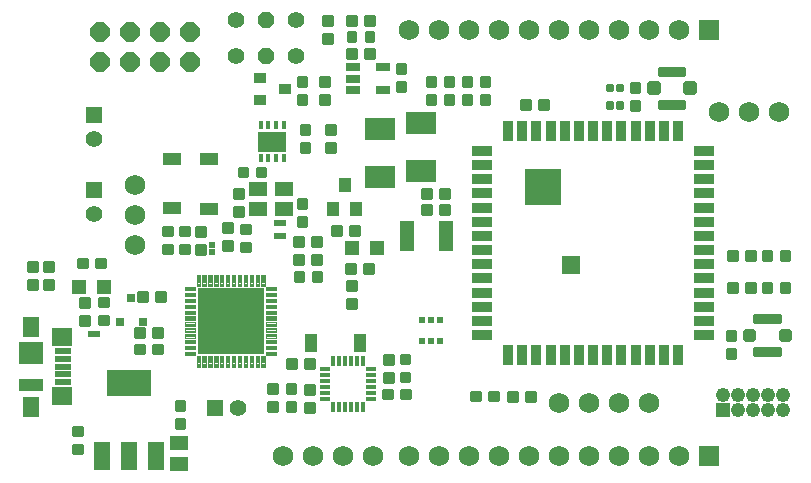
<source format=gbr>
G04 EAGLE Gerber X2 export*
%TF.Part,Single*%
%TF.FileFunction,Soldermask,Top,1*%
%TF.FilePolarity,Negative*%
%TF.GenerationSoftware,Autodesk,EAGLE,8.6.3*%
%TF.CreationDate,2023-08-17T09:40:23Z*%
G75*
%MOMM*%
%FSLAX34Y34*%
%LPD*%
%AMOC8*
5,1,8,0,0,1.08239X$1,22.5*%
G01*
%ADD10C,0.431800*%
%ADD11C,0.558800*%
%ADD12C,0.368300*%
%ADD13C,0.247650*%
%ADD14R,1.752600X1.752600*%
%ADD15C,1.752600*%
%ADD16C,0.215900*%
%ADD17R,1.301600X0.651600*%
%ADD18R,1.409600X1.409600*%
%ADD19C,1.409600*%
%ADD20R,1.117600X1.244600*%
%ADD21R,1.701600X0.901600*%
%ADD22R,0.901600X1.701600*%
%ADD23R,1.601600X1.601600*%
%ADD24R,3.101600X3.101600*%
%ADD25R,0.401600X0.751600*%
%ADD26R,2.451600X1.701600*%
%ADD27P,1.539592X8X292.500000*%
%ADD28C,1.422400*%
%ADD29R,1.301600X2.601600*%
%ADD30R,1.001600X0.901600*%
%ADD31R,0.601600X0.601600*%
%ADD32R,0.501600X0.601600*%
%ADD33R,2.501600X1.901600*%
%ADD34R,1.301600X1.301600*%
%ADD35R,1.320800X2.336800*%
%ADD36R,3.701600X2.301600*%
%ADD37P,1.759533X8X22.500000*%
%ADD38C,0.092900*%
%ADD39R,5.701600X5.701600*%
%ADD40R,1.481600X0.551600*%
%ADD41R,1.651600X1.526600*%
%ADD42R,2.001600X1.901600*%
%ADD43R,2.001600X1.101600*%
%ADD44R,1.401600X1.751600*%
%ADD45R,0.481600X0.501600*%
%ADD46R,0.361600X0.891600*%
%ADD47R,0.891600X0.361600*%
%ADD48R,1.501600X1.301600*%
%ADD49R,1.101600X0.601600*%
%ADD50R,0.501600X0.481600*%
%ADD51R,1.209600X1.209600*%
%ADD52C,1.209600*%
%ADD53R,0.701600X0.801600*%
%ADD54R,1.501600X1.051600*%
%ADD55R,1.051600X1.501600*%
%ADD56R,1.571600X1.251600*%


D10*
X454787Y343281D02*
X435229Y343281D01*
X435229Y347599D01*
X454787Y347599D01*
X454787Y343281D01*
X454787Y347598D02*
X435229Y347598D01*
X435229Y315341D02*
X454787Y315341D01*
X435229Y315341D02*
X435229Y319659D01*
X454787Y319659D01*
X454787Y315341D01*
X454787Y319658D02*
X435229Y319658D01*
D11*
X457454Y334264D02*
X463042Y334264D01*
X463042Y328676D01*
X457454Y328676D01*
X457454Y334264D01*
X457454Y334263D02*
X463042Y334263D01*
X432562Y334264D02*
X426974Y334264D01*
X432562Y334264D02*
X432562Y328676D01*
X426974Y328676D01*
X426974Y334264D01*
X426974Y334263D02*
X432562Y334263D01*
D12*
X394399Y329628D02*
X390715Y329628D01*
X390715Y333312D01*
X394399Y333312D01*
X394399Y329628D01*
X394399Y333310D02*
X390715Y333310D01*
X399605Y329628D02*
X403289Y329628D01*
X399605Y329628D02*
X399605Y333312D01*
X403289Y333312D01*
X403289Y329628D01*
X403289Y333310D02*
X399605Y333310D01*
X394399Y314642D02*
X390715Y314642D01*
X390715Y318326D01*
X394399Y318326D01*
X394399Y314642D01*
X394399Y318324D02*
X390715Y318324D01*
X399605Y314642D02*
X403289Y314642D01*
X399605Y314642D02*
X399605Y318326D01*
X403289Y318326D01*
X403289Y314642D01*
X403289Y318324D02*
X399605Y318324D01*
D13*
X522065Y185515D02*
X529495Y185515D01*
X522065Y185515D02*
X522065Y192945D01*
X529495Y192945D01*
X529495Y185515D01*
X529495Y187991D02*
X522065Y187991D01*
X522065Y190467D02*
X529495Y190467D01*
X529495Y192943D02*
X522065Y192943D01*
X537305Y185515D02*
X544735Y185515D01*
X537305Y185515D02*
X537305Y192945D01*
X544735Y192945D01*
X544735Y185515D01*
X544735Y187991D02*
X537305Y187991D01*
X537305Y190467D02*
X544735Y190467D01*
X544735Y192943D02*
X537305Y192943D01*
X529495Y158845D02*
X522065Y158845D01*
X522065Y166275D01*
X529495Y166275D01*
X529495Y158845D01*
X529495Y161321D02*
X522065Y161321D01*
X522065Y163797D02*
X529495Y163797D01*
X529495Y166273D02*
X522065Y166273D01*
X537305Y158845D02*
X544735Y158845D01*
X537305Y158845D02*
X537305Y166275D01*
X544735Y166275D01*
X544735Y158845D01*
X544735Y161321D02*
X537305Y161321D01*
X537305Y163797D02*
X544735Y163797D01*
X544735Y166273D02*
X537305Y166273D01*
D14*
X477000Y380000D03*
D15*
X451600Y380000D03*
X426200Y380000D03*
X400800Y380000D03*
X375400Y380000D03*
X350000Y380000D03*
X324600Y380000D03*
X299200Y380000D03*
X273800Y380000D03*
X248400Y380000D03*
X223000Y380000D03*
D16*
X192469Y378524D02*
X185991Y378524D01*
X192469Y378524D02*
X192469Y370776D01*
X185991Y370776D01*
X185991Y378524D01*
X185991Y372934D02*
X192469Y372934D01*
X192469Y375092D02*
X185991Y375092D01*
X185991Y377250D02*
X192469Y377250D01*
X177229Y378524D02*
X170751Y378524D01*
X177229Y378524D02*
X177229Y370776D01*
X170751Y370776D01*
X170751Y378524D01*
X170751Y372934D02*
X177229Y372934D01*
X177229Y375092D02*
X170751Y375092D01*
X170751Y377250D02*
X177229Y377250D01*
D13*
X177705Y356965D02*
X170275Y356965D01*
X170275Y364395D01*
X177705Y364395D01*
X177705Y356965D01*
X177705Y359441D02*
X170275Y359441D01*
X170275Y361917D02*
X177705Y361917D01*
X177705Y364393D02*
X170275Y364393D01*
X185515Y356965D02*
X192945Y356965D01*
X185515Y356965D02*
X185515Y364395D01*
X192945Y364395D01*
X192945Y356965D01*
X192945Y359441D02*
X185515Y359441D01*
X185515Y361917D02*
X192945Y361917D01*
X192945Y364393D02*
X185515Y364393D01*
X237585Y340265D02*
X237585Y332835D01*
X237585Y340265D02*
X245015Y340265D01*
X245015Y332835D01*
X237585Y332835D01*
X237585Y335311D02*
X245015Y335311D01*
X245015Y337787D02*
X237585Y337787D01*
X237585Y340263D02*
X245015Y340263D01*
X237585Y325025D02*
X237585Y317595D01*
X237585Y325025D02*
X245015Y325025D01*
X245015Y317595D01*
X237585Y317595D01*
X237585Y320071D02*
X245015Y320071D01*
X245015Y322547D02*
X237585Y322547D01*
X237585Y325023D02*
X245015Y325023D01*
D17*
X174960Y348590D03*
X174960Y339090D03*
X174960Y329590D03*
X200960Y329590D03*
X200960Y348590D03*
D13*
X212185Y351695D02*
X212185Y344265D01*
X212185Y351695D02*
X219615Y351695D01*
X219615Y344265D01*
X212185Y344265D01*
X212185Y346741D02*
X219615Y346741D01*
X219615Y349217D02*
X212185Y349217D01*
X212185Y351693D02*
X219615Y351693D01*
X212185Y336455D02*
X212185Y329025D01*
X212185Y336455D02*
X219615Y336455D01*
X219615Y329025D01*
X212185Y329025D01*
X212185Y331501D02*
X219615Y331501D01*
X219615Y333977D02*
X212185Y333977D01*
X212185Y336453D02*
X219615Y336453D01*
D18*
X-44196Y308196D03*
D19*
X-44196Y288196D03*
D18*
X-44196Y244696D03*
D19*
X-44196Y224696D03*
D13*
X492855Y158845D02*
X500285Y158845D01*
X492855Y158845D02*
X492855Y166275D01*
X500285Y166275D01*
X500285Y158845D01*
X500285Y161321D02*
X492855Y161321D01*
X492855Y163797D02*
X500285Y163797D01*
X500285Y166273D02*
X492855Y166273D01*
X508095Y158845D02*
X515525Y158845D01*
X508095Y158845D02*
X508095Y166275D01*
X515525Y166275D01*
X515525Y158845D01*
X515525Y161321D02*
X508095Y161321D01*
X508095Y163797D02*
X515525Y163797D01*
X515525Y166273D02*
X508095Y166273D01*
X500285Y185515D02*
X492855Y185515D01*
X492855Y192945D01*
X500285Y192945D01*
X500285Y185515D01*
X500285Y187991D02*
X492855Y187991D01*
X492855Y190467D02*
X500285Y190467D01*
X500285Y192943D02*
X492855Y192943D01*
X508095Y185515D02*
X515525Y185515D01*
X508095Y185515D02*
X508095Y192945D01*
X515525Y192945D01*
X515525Y185515D01*
X515525Y187991D02*
X508095Y187991D01*
X508095Y190467D02*
X515525Y190467D01*
X515525Y192943D02*
X508095Y192943D01*
D14*
X477000Y20000D03*
D15*
X451600Y20000D03*
X426200Y20000D03*
X400800Y20000D03*
X375400Y20000D03*
X350000Y20000D03*
X324600Y20000D03*
X299200Y20000D03*
X273800Y20000D03*
X248400Y20000D03*
X223000Y20000D03*
D13*
X417735Y312515D02*
X417735Y319945D01*
X417735Y312515D02*
X410305Y312515D01*
X410305Y319945D01*
X417735Y319945D01*
X417735Y314991D02*
X410305Y314991D01*
X410305Y317467D02*
X417735Y317467D01*
X417735Y319943D02*
X410305Y319943D01*
X417735Y327755D02*
X417735Y335185D01*
X417735Y327755D02*
X410305Y327755D01*
X410305Y335185D01*
X417735Y335185D01*
X417735Y330231D02*
X410305Y330231D01*
X410305Y332707D02*
X417735Y332707D01*
X417735Y335183D02*
X410305Y335183D01*
X149955Y384905D02*
X149955Y392335D01*
X157385Y392335D01*
X157385Y384905D01*
X149955Y384905D01*
X149955Y387381D02*
X157385Y387381D01*
X157385Y389857D02*
X149955Y389857D01*
X149955Y392333D02*
X157385Y392333D01*
X149955Y377095D02*
X149955Y369665D01*
X149955Y377095D02*
X157385Y377095D01*
X157385Y369665D01*
X149955Y369665D01*
X149955Y372141D02*
X157385Y372141D01*
X157385Y374617D02*
X149955Y374617D01*
X149955Y377093D02*
X157385Y377093D01*
X185515Y392335D02*
X192945Y392335D01*
X192945Y384905D01*
X185515Y384905D01*
X185515Y392335D01*
X185515Y387381D02*
X192945Y387381D01*
X192945Y389857D02*
X185515Y389857D01*
X185515Y392333D02*
X192945Y392333D01*
X177705Y392335D02*
X170275Y392335D01*
X177705Y392335D02*
X177705Y384905D01*
X170275Y384905D01*
X170275Y392335D01*
X170275Y387381D02*
X177705Y387381D01*
X177705Y389857D02*
X170275Y389857D01*
X170275Y392333D02*
X177705Y392333D01*
D15*
X349250Y64770D03*
X374650Y64770D03*
X400050Y64770D03*
X425450Y64770D03*
D10*
X516001Y133731D02*
X535559Y133731D01*
X516001Y133731D02*
X516001Y138049D01*
X535559Y138049D01*
X535559Y133731D01*
X535559Y138048D02*
X516001Y138048D01*
X516001Y105791D02*
X535559Y105791D01*
X516001Y105791D02*
X516001Y110109D01*
X535559Y110109D01*
X535559Y105791D01*
X535559Y110108D02*
X516001Y110108D01*
D11*
X538226Y124714D02*
X543814Y124714D01*
X543814Y119126D01*
X538226Y119126D01*
X538226Y124714D01*
X538226Y124713D02*
X543814Y124713D01*
X513334Y124714D02*
X507746Y124714D01*
X513334Y124714D02*
X513334Y119126D01*
X507746Y119126D01*
X507746Y124714D01*
X507746Y124713D02*
X513334Y124713D01*
D20*
X168148Y248666D03*
X177648Y228346D03*
X158648Y228346D03*
D13*
X317595Y313785D02*
X325025Y313785D01*
X317595Y313785D02*
X317595Y321215D01*
X325025Y321215D01*
X325025Y313785D01*
X325025Y316261D02*
X317595Y316261D01*
X317595Y318737D02*
X325025Y318737D01*
X325025Y321213D02*
X317595Y321213D01*
X332835Y313785D02*
X340265Y313785D01*
X332835Y313785D02*
X332835Y321215D01*
X340265Y321215D01*
X340265Y313785D01*
X340265Y316261D02*
X332835Y316261D01*
X332835Y318737D02*
X340265Y318737D01*
X340265Y321213D02*
X332835Y321213D01*
X491585Y125635D02*
X491585Y118205D01*
X491585Y125635D02*
X499015Y125635D01*
X499015Y118205D01*
X491585Y118205D01*
X491585Y120681D02*
X499015Y120681D01*
X499015Y123157D02*
X491585Y123157D01*
X491585Y125633D02*
X499015Y125633D01*
X491585Y110395D02*
X491585Y102965D01*
X491585Y110395D02*
X499015Y110395D01*
X499015Y102965D01*
X491585Y102965D01*
X491585Y105441D02*
X499015Y105441D01*
X499015Y107917D02*
X491585Y107917D01*
X491585Y110393D02*
X499015Y110393D01*
X290735Y317595D02*
X290735Y325025D01*
X290735Y317595D02*
X283305Y317595D01*
X283305Y325025D01*
X290735Y325025D01*
X290735Y320071D02*
X283305Y320071D01*
X283305Y322547D02*
X290735Y322547D01*
X290735Y325023D02*
X283305Y325023D01*
X290735Y332835D02*
X290735Y340265D01*
X290735Y332835D02*
X283305Y332835D01*
X283305Y340265D01*
X290735Y340265D01*
X290735Y335311D02*
X283305Y335311D01*
X283305Y337787D02*
X290735Y337787D01*
X290735Y340263D02*
X283305Y340263D01*
X268065Y340265D02*
X268065Y332835D01*
X268065Y340265D02*
X275495Y340265D01*
X275495Y332835D01*
X268065Y332835D01*
X268065Y335311D02*
X275495Y335311D01*
X275495Y337787D02*
X268065Y337787D01*
X268065Y340263D02*
X275495Y340263D01*
X268065Y325025D02*
X268065Y317595D01*
X268065Y325025D02*
X275495Y325025D01*
X275495Y317595D01*
X268065Y317595D01*
X268065Y320071D02*
X275495Y320071D01*
X275495Y322547D02*
X268065Y322547D01*
X268065Y325023D02*
X275495Y325023D01*
D21*
X284460Y278000D03*
X284460Y266000D03*
X284460Y254000D03*
X284460Y242000D03*
X284460Y230000D03*
X284460Y218000D03*
X284460Y206000D03*
X284460Y194000D03*
X284460Y182000D03*
X284460Y170000D03*
X284460Y158000D03*
X284460Y146000D03*
X284460Y134000D03*
X284460Y122000D03*
D22*
X306460Y105000D03*
X318460Y105000D03*
X330460Y105000D03*
X342460Y105000D03*
X354460Y105000D03*
X366460Y105000D03*
X378460Y105000D03*
X390460Y105000D03*
X402460Y105000D03*
X414460Y105000D03*
X426460Y105000D03*
X438460Y105000D03*
X450460Y105000D03*
D21*
X472460Y122000D03*
X472460Y134000D03*
X472460Y146000D03*
X472460Y158000D03*
X472460Y170000D03*
X472460Y182000D03*
X472460Y194000D03*
X472460Y206000D03*
X472460Y218000D03*
X472460Y230000D03*
X472460Y242000D03*
X472460Y254000D03*
X472460Y266000D03*
X472460Y278000D03*
D22*
X450460Y295000D03*
X438460Y295000D03*
X426460Y295000D03*
X414460Y295000D03*
X402460Y295000D03*
X390460Y295000D03*
X378460Y295000D03*
X366460Y295000D03*
X354460Y295000D03*
X342460Y295000D03*
X330460Y295000D03*
X318460Y295000D03*
X306460Y295000D03*
D23*
X359460Y181000D03*
D24*
X336460Y247000D03*
D15*
X485140Y311150D03*
X510540Y311150D03*
X535940Y311150D03*
D25*
X96930Y272000D03*
X103430Y272000D03*
X109930Y272000D03*
X116430Y272000D03*
X116430Y299500D03*
X109930Y299500D03*
X103430Y299500D03*
X96930Y299500D03*
D26*
X106680Y285750D03*
D13*
X138335Y284385D02*
X138335Y276955D01*
X130905Y276955D01*
X130905Y284385D01*
X138335Y284385D01*
X138335Y279431D02*
X130905Y279431D01*
X130905Y281907D02*
X138335Y281907D01*
X138335Y284383D02*
X130905Y284383D01*
X138335Y292195D02*
X138335Y299625D01*
X138335Y292195D02*
X130905Y292195D01*
X130905Y299625D01*
X138335Y299625D01*
X138335Y294671D02*
X130905Y294671D01*
X130905Y297147D02*
X138335Y297147D01*
X138335Y299623D02*
X130905Y299623D01*
X85757Y256381D02*
X78327Y256381D01*
X78327Y263811D01*
X85757Y263811D01*
X85757Y256381D01*
X85757Y258857D02*
X78327Y258857D01*
X78327Y261333D02*
X85757Y261333D01*
X85757Y263809D02*
X78327Y263809D01*
X93567Y256381D02*
X100997Y256381D01*
X93567Y256381D02*
X93567Y263811D01*
X100997Y263811D01*
X100997Y256381D01*
X100997Y258857D02*
X93567Y258857D01*
X93567Y261333D02*
X100997Y261333D01*
X100997Y263809D02*
X93567Y263809D01*
D27*
X101600Y388620D03*
X101600Y358140D03*
D28*
X127000Y388620D03*
X76200Y388620D03*
X76200Y358140D03*
X127000Y358140D03*
D13*
X260255Y325025D02*
X260255Y317595D01*
X252825Y317595D01*
X252825Y325025D01*
X260255Y325025D01*
X260255Y320071D02*
X252825Y320071D01*
X252825Y322547D02*
X260255Y322547D01*
X260255Y325023D02*
X252825Y325023D01*
X260255Y332835D02*
X260255Y340265D01*
X260255Y332835D02*
X252825Y332835D01*
X252825Y340265D01*
X260255Y340265D01*
X260255Y335311D02*
X252825Y335311D01*
X252825Y337787D02*
X260255Y337787D01*
X260255Y340263D02*
X252825Y340263D01*
X-86011Y183801D02*
X-86011Y176371D01*
X-86011Y183801D02*
X-78581Y183801D01*
X-78581Y176371D01*
X-86011Y176371D01*
X-86011Y178847D02*
X-78581Y178847D01*
X-78581Y181323D02*
X-86011Y181323D01*
X-86011Y183799D02*
X-78581Y183799D01*
X-86011Y168561D02*
X-86011Y161131D01*
X-86011Y168561D02*
X-78581Y168561D01*
X-78581Y161131D01*
X-86011Y161131D01*
X-86011Y163607D02*
X-78581Y163607D01*
X-78581Y166083D02*
X-86011Y166083D01*
X-86011Y168559D02*
X-78581Y168559D01*
X233775Y238347D02*
X241205Y238347D01*
X233775Y238347D02*
X233775Y245777D01*
X241205Y245777D01*
X241205Y238347D01*
X241205Y240823D02*
X233775Y240823D01*
X233775Y243299D02*
X241205Y243299D01*
X241205Y245775D02*
X233775Y245775D01*
X249015Y238347D02*
X256445Y238347D01*
X249015Y238347D02*
X249015Y245777D01*
X256445Y245777D01*
X256445Y238347D01*
X256445Y240823D02*
X249015Y240823D01*
X249015Y243299D02*
X256445Y243299D01*
X256445Y245775D02*
X249015Y245775D01*
X241205Y224885D02*
X233775Y224885D01*
X233775Y232315D01*
X241205Y232315D01*
X241205Y224885D01*
X241205Y227361D02*
X233775Y227361D01*
X233775Y229837D02*
X241205Y229837D01*
X241205Y232313D02*
X233775Y232313D01*
X249015Y224885D02*
X256445Y224885D01*
X249015Y224885D02*
X249015Y232315D01*
X256445Y232315D01*
X256445Y224885D01*
X256445Y227361D02*
X249015Y227361D01*
X249015Y229837D02*
X256445Y229837D01*
X256445Y232313D02*
X249015Y232313D01*
D29*
X220990Y205740D03*
X253990Y205740D03*
D13*
X-92551Y168561D02*
X-92551Y161131D01*
X-99981Y161131D01*
X-99981Y168561D01*
X-92551Y168561D01*
X-92551Y163607D02*
X-99981Y163607D01*
X-99981Y166083D02*
X-92551Y166083D01*
X-92551Y168559D02*
X-99981Y168559D01*
X-92551Y176371D02*
X-92551Y183801D01*
X-92551Y176371D02*
X-99981Y176371D01*
X-99981Y183801D01*
X-92551Y183801D01*
X-92551Y178847D02*
X-99981Y178847D01*
X-99981Y181323D02*
X-92551Y181323D01*
X-92551Y183799D02*
X-99981Y183799D01*
D30*
X96680Y339700D03*
X96680Y320700D03*
X117680Y330200D03*
D13*
X152495Y299625D02*
X152495Y292195D01*
X152495Y299625D02*
X159925Y299625D01*
X159925Y292195D01*
X152495Y292195D01*
X152495Y294671D02*
X159925Y294671D01*
X159925Y297147D02*
X152495Y297147D01*
X152495Y299623D02*
X159925Y299623D01*
X152495Y284385D02*
X152495Y276955D01*
X152495Y284385D02*
X159925Y284385D01*
X159925Y276955D01*
X152495Y276955D01*
X152495Y279431D02*
X159925Y279431D01*
X159925Y281907D02*
X152495Y281907D01*
X152495Y284383D02*
X159925Y284383D01*
X147415Y332835D02*
X147415Y340265D01*
X154845Y340265D01*
X154845Y332835D01*
X147415Y332835D01*
X147415Y335311D02*
X154845Y335311D01*
X154845Y337787D02*
X147415Y337787D01*
X147415Y340263D02*
X154845Y340263D01*
X147415Y325025D02*
X147415Y317595D01*
X147415Y325025D02*
X154845Y325025D01*
X154845Y317595D01*
X147415Y317595D01*
X147415Y320071D02*
X154845Y320071D01*
X154845Y322547D02*
X147415Y322547D01*
X147415Y325023D02*
X154845Y325023D01*
X128365Y332835D02*
X128365Y340265D01*
X135795Y340265D01*
X135795Y332835D01*
X128365Y332835D01*
X128365Y335311D02*
X135795Y335311D01*
X135795Y337787D02*
X128365Y337787D01*
X128365Y340263D02*
X135795Y340263D01*
X128365Y325025D02*
X128365Y317595D01*
X128365Y325025D02*
X135795Y325025D01*
X135795Y317595D01*
X128365Y317595D01*
X128365Y320071D02*
X135795Y320071D01*
X135795Y322547D02*
X128365Y322547D01*
X128365Y325023D02*
X135795Y325023D01*
D31*
X248800Y134730D03*
D32*
X241300Y134730D03*
D31*
X233800Y134730D03*
X233800Y116730D03*
D32*
X241300Y116730D03*
D31*
X248800Y116730D03*
D33*
X198120Y255594D03*
X198120Y296094D03*
X232410Y301174D03*
X232410Y260674D03*
D34*
X174666Y196088D03*
X195666Y196088D03*
D13*
X180182Y214027D02*
X172752Y214027D01*
X180182Y214027D02*
X180182Y206597D01*
X172752Y206597D01*
X172752Y214027D01*
X172752Y209073D02*
X180182Y209073D01*
X180182Y211549D02*
X172752Y211549D01*
X172752Y214025D02*
X180182Y214025D01*
X164942Y214027D02*
X157512Y214027D01*
X164942Y214027D02*
X164942Y206597D01*
X157512Y206597D01*
X157512Y214027D01*
X157512Y209073D02*
X164942Y209073D01*
X164942Y211549D02*
X157512Y211549D01*
X157512Y214025D02*
X164942Y214025D01*
D35*
X-37592Y19558D03*
X-14478Y19558D03*
X8636Y19558D03*
D36*
X-14478Y81536D03*
D13*
X-61881Y44609D02*
X-61881Y37179D01*
X-61881Y44609D02*
X-54451Y44609D01*
X-54451Y37179D01*
X-61881Y37179D01*
X-61881Y39655D02*
X-54451Y39655D01*
X-54451Y42131D02*
X-61881Y42131D01*
X-61881Y44607D02*
X-54451Y44607D01*
X-61881Y29369D02*
X-61881Y21939D01*
X-61881Y29369D02*
X-54451Y29369D01*
X-54451Y21939D01*
X-61881Y21939D01*
X-61881Y24415D02*
X-54451Y24415D01*
X-54451Y26891D02*
X-61881Y26891D01*
X-61881Y29367D02*
X-54451Y29367D01*
X24987Y58769D02*
X24987Y66199D01*
X32417Y66199D01*
X32417Y58769D01*
X24987Y58769D01*
X24987Y61245D02*
X32417Y61245D01*
X32417Y63721D02*
X24987Y63721D01*
X24987Y66197D02*
X32417Y66197D01*
X24987Y50959D02*
X24987Y43529D01*
X24987Y50959D02*
X32417Y50959D01*
X32417Y43529D01*
X24987Y43529D01*
X24987Y46005D02*
X32417Y46005D01*
X32417Y48481D02*
X24987Y48481D01*
X24987Y50957D02*
X32417Y50957D01*
D37*
X-39116Y353060D03*
X-39116Y378460D03*
X-13716Y353060D03*
X-13716Y378460D03*
X11684Y353060D03*
X11684Y378460D03*
X37084Y353060D03*
X37084Y378460D03*
D34*
X-56982Y163068D03*
X-35982Y163068D03*
D13*
X-49879Y179419D02*
X-57309Y179419D01*
X-57309Y186849D01*
X-49879Y186849D01*
X-49879Y179419D01*
X-49879Y181895D02*
X-57309Y181895D01*
X-57309Y184371D02*
X-49879Y184371D01*
X-49879Y186847D02*
X-57309Y186847D01*
X-42069Y179419D02*
X-34639Y179419D01*
X-42069Y179419D02*
X-42069Y186849D01*
X-34639Y186849D01*
X-34639Y179419D01*
X-34639Y181895D02*
X-42069Y181895D01*
X-42069Y184371D02*
X-34639Y184371D01*
X-34639Y186847D02*
X-42069Y186847D01*
D38*
X32934Y159964D02*
X41722Y159964D01*
X32934Y159964D02*
X32934Y162752D01*
X41722Y162752D01*
X41722Y159964D01*
X41722Y160892D02*
X32934Y160892D01*
X32934Y161820D02*
X41722Y161820D01*
X41722Y162748D02*
X32934Y162748D01*
X32934Y154964D02*
X41722Y154964D01*
X32934Y154964D02*
X32934Y157752D01*
X41722Y157752D01*
X41722Y154964D01*
X41722Y155892D02*
X32934Y155892D01*
X32934Y156820D02*
X41722Y156820D01*
X41722Y157748D02*
X32934Y157748D01*
X32934Y149964D02*
X41722Y149964D01*
X32934Y149964D02*
X32934Y152752D01*
X41722Y152752D01*
X41722Y149964D01*
X41722Y150892D02*
X32934Y150892D01*
X32934Y151820D02*
X41722Y151820D01*
X41722Y152748D02*
X32934Y152748D01*
X32934Y144964D02*
X41722Y144964D01*
X32934Y144964D02*
X32934Y147752D01*
X41722Y147752D01*
X41722Y144964D01*
X41722Y145892D02*
X32934Y145892D01*
X32934Y146820D02*
X41722Y146820D01*
X41722Y147748D02*
X32934Y147748D01*
X32934Y139964D02*
X41722Y139964D01*
X32934Y139964D02*
X32934Y142752D01*
X41722Y142752D01*
X41722Y139964D01*
X41722Y140892D02*
X32934Y140892D01*
X32934Y141820D02*
X41722Y141820D01*
X41722Y142748D02*
X32934Y142748D01*
X32934Y134964D02*
X41722Y134964D01*
X32934Y134964D02*
X32934Y137752D01*
X41722Y137752D01*
X41722Y134964D01*
X41722Y135892D02*
X32934Y135892D01*
X32934Y136820D02*
X41722Y136820D01*
X41722Y137748D02*
X32934Y137748D01*
X32934Y129964D02*
X41722Y129964D01*
X32934Y129964D02*
X32934Y132752D01*
X41722Y132752D01*
X41722Y129964D01*
X41722Y130892D02*
X32934Y130892D01*
X32934Y131820D02*
X41722Y131820D01*
X41722Y132748D02*
X32934Y132748D01*
X32934Y124964D02*
X41722Y124964D01*
X32934Y124964D02*
X32934Y127752D01*
X41722Y127752D01*
X41722Y124964D01*
X41722Y125892D02*
X32934Y125892D01*
X32934Y126820D02*
X41722Y126820D01*
X41722Y127748D02*
X32934Y127748D01*
X32934Y119964D02*
X41722Y119964D01*
X32934Y119964D02*
X32934Y122752D01*
X41722Y122752D01*
X41722Y119964D01*
X41722Y120892D02*
X32934Y120892D01*
X32934Y121820D02*
X41722Y121820D01*
X41722Y122748D02*
X32934Y122748D01*
X32934Y114964D02*
X41722Y114964D01*
X32934Y114964D02*
X32934Y117752D01*
X41722Y117752D01*
X41722Y114964D01*
X41722Y115892D02*
X32934Y115892D01*
X32934Y116820D02*
X41722Y116820D01*
X41722Y117748D02*
X32934Y117748D01*
X32934Y109964D02*
X41722Y109964D01*
X32934Y109964D02*
X32934Y112752D01*
X41722Y112752D01*
X41722Y109964D01*
X41722Y110892D02*
X32934Y110892D01*
X32934Y111820D02*
X41722Y111820D01*
X41722Y112748D02*
X32934Y112748D01*
X32934Y104964D02*
X41722Y104964D01*
X32934Y104964D02*
X32934Y107752D01*
X41722Y107752D01*
X41722Y104964D01*
X41722Y105892D02*
X32934Y105892D01*
X32934Y106820D02*
X41722Y106820D01*
X41722Y107748D02*
X32934Y107748D01*
X101534Y104964D02*
X110322Y104964D01*
X101534Y104964D02*
X101534Y107752D01*
X110322Y107752D01*
X110322Y104964D01*
X110322Y105892D02*
X101534Y105892D01*
X101534Y106820D02*
X110322Y106820D01*
X110322Y107748D02*
X101534Y107748D01*
X101534Y109964D02*
X110322Y109964D01*
X101534Y109964D02*
X101534Y112752D01*
X110322Y112752D01*
X110322Y109964D01*
X110322Y110892D02*
X101534Y110892D01*
X101534Y111820D02*
X110322Y111820D01*
X110322Y112748D02*
X101534Y112748D01*
X101534Y114964D02*
X110322Y114964D01*
X101534Y114964D02*
X101534Y117752D01*
X110322Y117752D01*
X110322Y114964D01*
X110322Y115892D02*
X101534Y115892D01*
X101534Y116820D02*
X110322Y116820D01*
X110322Y117748D02*
X101534Y117748D01*
X101534Y119964D02*
X110322Y119964D01*
X101534Y119964D02*
X101534Y122752D01*
X110322Y122752D01*
X110322Y119964D01*
X110322Y120892D02*
X101534Y120892D01*
X101534Y121820D02*
X110322Y121820D01*
X110322Y122748D02*
X101534Y122748D01*
X101534Y124964D02*
X110322Y124964D01*
X101534Y124964D02*
X101534Y127752D01*
X110322Y127752D01*
X110322Y124964D01*
X110322Y125892D02*
X101534Y125892D01*
X101534Y126820D02*
X110322Y126820D01*
X110322Y127748D02*
X101534Y127748D01*
X101534Y129964D02*
X110322Y129964D01*
X101534Y129964D02*
X101534Y132752D01*
X110322Y132752D01*
X110322Y129964D01*
X110322Y130892D02*
X101534Y130892D01*
X101534Y131820D02*
X110322Y131820D01*
X110322Y132748D02*
X101534Y132748D01*
X101534Y134964D02*
X110322Y134964D01*
X101534Y134964D02*
X101534Y137752D01*
X110322Y137752D01*
X110322Y134964D01*
X110322Y135892D02*
X101534Y135892D01*
X101534Y136820D02*
X110322Y136820D01*
X110322Y137748D02*
X101534Y137748D01*
X101534Y139964D02*
X110322Y139964D01*
X101534Y139964D02*
X101534Y142752D01*
X110322Y142752D01*
X110322Y139964D01*
X110322Y140892D02*
X101534Y140892D01*
X101534Y141820D02*
X110322Y141820D01*
X110322Y142748D02*
X101534Y142748D01*
X101534Y144964D02*
X110322Y144964D01*
X101534Y144964D02*
X101534Y147752D01*
X110322Y147752D01*
X110322Y144964D01*
X110322Y145892D02*
X101534Y145892D01*
X101534Y146820D02*
X110322Y146820D01*
X110322Y147748D02*
X101534Y147748D01*
X101534Y149964D02*
X110322Y149964D01*
X101534Y149964D02*
X101534Y152752D01*
X110322Y152752D01*
X110322Y149964D01*
X110322Y150892D02*
X101534Y150892D01*
X101534Y151820D02*
X110322Y151820D01*
X110322Y152748D02*
X101534Y152748D01*
X101534Y154964D02*
X110322Y154964D01*
X101534Y154964D02*
X101534Y157752D01*
X110322Y157752D01*
X110322Y154964D01*
X110322Y155892D02*
X101534Y155892D01*
X101534Y156820D02*
X110322Y156820D01*
X110322Y157748D02*
X101534Y157748D01*
X101534Y159964D02*
X110322Y159964D01*
X101534Y159964D02*
X101534Y162752D01*
X110322Y162752D01*
X110322Y159964D01*
X110322Y160892D02*
X101534Y160892D01*
X101534Y161820D02*
X110322Y161820D01*
X110322Y162748D02*
X101534Y162748D01*
X97734Y163764D02*
X97734Y172552D01*
X100522Y172552D01*
X100522Y163764D01*
X97734Y163764D01*
X97734Y164692D02*
X100522Y164692D01*
X100522Y165620D02*
X97734Y165620D01*
X97734Y166548D02*
X100522Y166548D01*
X100522Y167476D02*
X97734Y167476D01*
X97734Y168404D02*
X100522Y168404D01*
X100522Y169332D02*
X97734Y169332D01*
X97734Y170260D02*
X100522Y170260D01*
X100522Y171188D02*
X97734Y171188D01*
X97734Y172116D02*
X100522Y172116D01*
X92734Y172552D02*
X92734Y163764D01*
X92734Y172552D02*
X95522Y172552D01*
X95522Y163764D01*
X92734Y163764D01*
X92734Y164692D02*
X95522Y164692D01*
X95522Y165620D02*
X92734Y165620D01*
X92734Y166548D02*
X95522Y166548D01*
X95522Y167476D02*
X92734Y167476D01*
X92734Y168404D02*
X95522Y168404D01*
X95522Y169332D02*
X92734Y169332D01*
X92734Y170260D02*
X95522Y170260D01*
X95522Y171188D02*
X92734Y171188D01*
X92734Y172116D02*
X95522Y172116D01*
X87734Y172552D02*
X87734Y163764D01*
X87734Y172552D02*
X90522Y172552D01*
X90522Y163764D01*
X87734Y163764D01*
X87734Y164692D02*
X90522Y164692D01*
X90522Y165620D02*
X87734Y165620D01*
X87734Y166548D02*
X90522Y166548D01*
X90522Y167476D02*
X87734Y167476D01*
X87734Y168404D02*
X90522Y168404D01*
X90522Y169332D02*
X87734Y169332D01*
X87734Y170260D02*
X90522Y170260D01*
X90522Y171188D02*
X87734Y171188D01*
X87734Y172116D02*
X90522Y172116D01*
X82734Y172552D02*
X82734Y163764D01*
X82734Y172552D02*
X85522Y172552D01*
X85522Y163764D01*
X82734Y163764D01*
X82734Y164692D02*
X85522Y164692D01*
X85522Y165620D02*
X82734Y165620D01*
X82734Y166548D02*
X85522Y166548D01*
X85522Y167476D02*
X82734Y167476D01*
X82734Y168404D02*
X85522Y168404D01*
X85522Y169332D02*
X82734Y169332D01*
X82734Y170260D02*
X85522Y170260D01*
X85522Y171188D02*
X82734Y171188D01*
X82734Y172116D02*
X85522Y172116D01*
X77734Y172552D02*
X77734Y163764D01*
X77734Y172552D02*
X80522Y172552D01*
X80522Y163764D01*
X77734Y163764D01*
X77734Y164692D02*
X80522Y164692D01*
X80522Y165620D02*
X77734Y165620D01*
X77734Y166548D02*
X80522Y166548D01*
X80522Y167476D02*
X77734Y167476D01*
X77734Y168404D02*
X80522Y168404D01*
X80522Y169332D02*
X77734Y169332D01*
X77734Y170260D02*
X80522Y170260D01*
X80522Y171188D02*
X77734Y171188D01*
X77734Y172116D02*
X80522Y172116D01*
X72734Y172552D02*
X72734Y163764D01*
X72734Y172552D02*
X75522Y172552D01*
X75522Y163764D01*
X72734Y163764D01*
X72734Y164692D02*
X75522Y164692D01*
X75522Y165620D02*
X72734Y165620D01*
X72734Y166548D02*
X75522Y166548D01*
X75522Y167476D02*
X72734Y167476D01*
X72734Y168404D02*
X75522Y168404D01*
X75522Y169332D02*
X72734Y169332D01*
X72734Y170260D02*
X75522Y170260D01*
X75522Y171188D02*
X72734Y171188D01*
X72734Y172116D02*
X75522Y172116D01*
X67734Y172552D02*
X67734Y163764D01*
X67734Y172552D02*
X70522Y172552D01*
X70522Y163764D01*
X67734Y163764D01*
X67734Y164692D02*
X70522Y164692D01*
X70522Y165620D02*
X67734Y165620D01*
X67734Y166548D02*
X70522Y166548D01*
X70522Y167476D02*
X67734Y167476D01*
X67734Y168404D02*
X70522Y168404D01*
X70522Y169332D02*
X67734Y169332D01*
X67734Y170260D02*
X70522Y170260D01*
X70522Y171188D02*
X67734Y171188D01*
X67734Y172116D02*
X70522Y172116D01*
X62734Y172552D02*
X62734Y163764D01*
X62734Y172552D02*
X65522Y172552D01*
X65522Y163764D01*
X62734Y163764D01*
X62734Y164692D02*
X65522Y164692D01*
X65522Y165620D02*
X62734Y165620D01*
X62734Y166548D02*
X65522Y166548D01*
X65522Y167476D02*
X62734Y167476D01*
X62734Y168404D02*
X65522Y168404D01*
X65522Y169332D02*
X62734Y169332D01*
X62734Y170260D02*
X65522Y170260D01*
X65522Y171188D02*
X62734Y171188D01*
X62734Y172116D02*
X65522Y172116D01*
X57734Y172552D02*
X57734Y163764D01*
X57734Y172552D02*
X60522Y172552D01*
X60522Y163764D01*
X57734Y163764D01*
X57734Y164692D02*
X60522Y164692D01*
X60522Y165620D02*
X57734Y165620D01*
X57734Y166548D02*
X60522Y166548D01*
X60522Y167476D02*
X57734Y167476D01*
X57734Y168404D02*
X60522Y168404D01*
X60522Y169332D02*
X57734Y169332D01*
X57734Y170260D02*
X60522Y170260D01*
X60522Y171188D02*
X57734Y171188D01*
X57734Y172116D02*
X60522Y172116D01*
X52734Y172552D02*
X52734Y163764D01*
X52734Y172552D02*
X55522Y172552D01*
X55522Y163764D01*
X52734Y163764D01*
X52734Y164692D02*
X55522Y164692D01*
X55522Y165620D02*
X52734Y165620D01*
X52734Y166548D02*
X55522Y166548D01*
X55522Y167476D02*
X52734Y167476D01*
X52734Y168404D02*
X55522Y168404D01*
X55522Y169332D02*
X52734Y169332D01*
X52734Y170260D02*
X55522Y170260D01*
X55522Y171188D02*
X52734Y171188D01*
X52734Y172116D02*
X55522Y172116D01*
X47734Y172552D02*
X47734Y163764D01*
X47734Y172552D02*
X50522Y172552D01*
X50522Y163764D01*
X47734Y163764D01*
X47734Y164692D02*
X50522Y164692D01*
X50522Y165620D02*
X47734Y165620D01*
X47734Y166548D02*
X50522Y166548D01*
X50522Y167476D02*
X47734Y167476D01*
X47734Y168404D02*
X50522Y168404D01*
X50522Y169332D02*
X47734Y169332D01*
X47734Y170260D02*
X50522Y170260D01*
X50522Y171188D02*
X47734Y171188D01*
X47734Y172116D02*
X50522Y172116D01*
X42734Y172552D02*
X42734Y163764D01*
X42734Y172552D02*
X45522Y172552D01*
X45522Y163764D01*
X42734Y163764D01*
X42734Y164692D02*
X45522Y164692D01*
X45522Y165620D02*
X42734Y165620D01*
X42734Y166548D02*
X45522Y166548D01*
X45522Y167476D02*
X42734Y167476D01*
X42734Y168404D02*
X45522Y168404D01*
X45522Y169332D02*
X42734Y169332D01*
X42734Y170260D02*
X45522Y170260D01*
X45522Y171188D02*
X42734Y171188D01*
X42734Y172116D02*
X45522Y172116D01*
X42734Y103952D02*
X42734Y95164D01*
X42734Y103952D02*
X45522Y103952D01*
X45522Y95164D01*
X42734Y95164D01*
X42734Y96092D02*
X45522Y96092D01*
X45522Y97020D02*
X42734Y97020D01*
X42734Y97948D02*
X45522Y97948D01*
X45522Y98876D02*
X42734Y98876D01*
X42734Y99804D02*
X45522Y99804D01*
X45522Y100732D02*
X42734Y100732D01*
X42734Y101660D02*
X45522Y101660D01*
X45522Y102588D02*
X42734Y102588D01*
X42734Y103516D02*
X45522Y103516D01*
X47734Y103952D02*
X47734Y95164D01*
X47734Y103952D02*
X50522Y103952D01*
X50522Y95164D01*
X47734Y95164D01*
X47734Y96092D02*
X50522Y96092D01*
X50522Y97020D02*
X47734Y97020D01*
X47734Y97948D02*
X50522Y97948D01*
X50522Y98876D02*
X47734Y98876D01*
X47734Y99804D02*
X50522Y99804D01*
X50522Y100732D02*
X47734Y100732D01*
X47734Y101660D02*
X50522Y101660D01*
X50522Y102588D02*
X47734Y102588D01*
X47734Y103516D02*
X50522Y103516D01*
X52734Y103952D02*
X52734Y95164D01*
X52734Y103952D02*
X55522Y103952D01*
X55522Y95164D01*
X52734Y95164D01*
X52734Y96092D02*
X55522Y96092D01*
X55522Y97020D02*
X52734Y97020D01*
X52734Y97948D02*
X55522Y97948D01*
X55522Y98876D02*
X52734Y98876D01*
X52734Y99804D02*
X55522Y99804D01*
X55522Y100732D02*
X52734Y100732D01*
X52734Y101660D02*
X55522Y101660D01*
X55522Y102588D02*
X52734Y102588D01*
X52734Y103516D02*
X55522Y103516D01*
X57734Y103952D02*
X57734Y95164D01*
X57734Y103952D02*
X60522Y103952D01*
X60522Y95164D01*
X57734Y95164D01*
X57734Y96092D02*
X60522Y96092D01*
X60522Y97020D02*
X57734Y97020D01*
X57734Y97948D02*
X60522Y97948D01*
X60522Y98876D02*
X57734Y98876D01*
X57734Y99804D02*
X60522Y99804D01*
X60522Y100732D02*
X57734Y100732D01*
X57734Y101660D02*
X60522Y101660D01*
X60522Y102588D02*
X57734Y102588D01*
X57734Y103516D02*
X60522Y103516D01*
X62734Y103952D02*
X62734Y95164D01*
X62734Y103952D02*
X65522Y103952D01*
X65522Y95164D01*
X62734Y95164D01*
X62734Y96092D02*
X65522Y96092D01*
X65522Y97020D02*
X62734Y97020D01*
X62734Y97948D02*
X65522Y97948D01*
X65522Y98876D02*
X62734Y98876D01*
X62734Y99804D02*
X65522Y99804D01*
X65522Y100732D02*
X62734Y100732D01*
X62734Y101660D02*
X65522Y101660D01*
X65522Y102588D02*
X62734Y102588D01*
X62734Y103516D02*
X65522Y103516D01*
X67734Y103952D02*
X67734Y95164D01*
X67734Y103952D02*
X70522Y103952D01*
X70522Y95164D01*
X67734Y95164D01*
X67734Y96092D02*
X70522Y96092D01*
X70522Y97020D02*
X67734Y97020D01*
X67734Y97948D02*
X70522Y97948D01*
X70522Y98876D02*
X67734Y98876D01*
X67734Y99804D02*
X70522Y99804D01*
X70522Y100732D02*
X67734Y100732D01*
X67734Y101660D02*
X70522Y101660D01*
X70522Y102588D02*
X67734Y102588D01*
X67734Y103516D02*
X70522Y103516D01*
X72734Y103952D02*
X72734Y95164D01*
X72734Y103952D02*
X75522Y103952D01*
X75522Y95164D01*
X72734Y95164D01*
X72734Y96092D02*
X75522Y96092D01*
X75522Y97020D02*
X72734Y97020D01*
X72734Y97948D02*
X75522Y97948D01*
X75522Y98876D02*
X72734Y98876D01*
X72734Y99804D02*
X75522Y99804D01*
X75522Y100732D02*
X72734Y100732D01*
X72734Y101660D02*
X75522Y101660D01*
X75522Y102588D02*
X72734Y102588D01*
X72734Y103516D02*
X75522Y103516D01*
X77734Y103952D02*
X77734Y95164D01*
X77734Y103952D02*
X80522Y103952D01*
X80522Y95164D01*
X77734Y95164D01*
X77734Y96092D02*
X80522Y96092D01*
X80522Y97020D02*
X77734Y97020D01*
X77734Y97948D02*
X80522Y97948D01*
X80522Y98876D02*
X77734Y98876D01*
X77734Y99804D02*
X80522Y99804D01*
X80522Y100732D02*
X77734Y100732D01*
X77734Y101660D02*
X80522Y101660D01*
X80522Y102588D02*
X77734Y102588D01*
X77734Y103516D02*
X80522Y103516D01*
X82734Y103952D02*
X82734Y95164D01*
X82734Y103952D02*
X85522Y103952D01*
X85522Y95164D01*
X82734Y95164D01*
X82734Y96092D02*
X85522Y96092D01*
X85522Y97020D02*
X82734Y97020D01*
X82734Y97948D02*
X85522Y97948D01*
X85522Y98876D02*
X82734Y98876D01*
X82734Y99804D02*
X85522Y99804D01*
X85522Y100732D02*
X82734Y100732D01*
X82734Y101660D02*
X85522Y101660D01*
X85522Y102588D02*
X82734Y102588D01*
X82734Y103516D02*
X85522Y103516D01*
X87734Y103952D02*
X87734Y95164D01*
X87734Y103952D02*
X90522Y103952D01*
X90522Y95164D01*
X87734Y95164D01*
X87734Y96092D02*
X90522Y96092D01*
X90522Y97020D02*
X87734Y97020D01*
X87734Y97948D02*
X90522Y97948D01*
X90522Y98876D02*
X87734Y98876D01*
X87734Y99804D02*
X90522Y99804D01*
X90522Y100732D02*
X87734Y100732D01*
X87734Y101660D02*
X90522Y101660D01*
X90522Y102588D02*
X87734Y102588D01*
X87734Y103516D02*
X90522Y103516D01*
X92734Y103952D02*
X92734Y95164D01*
X92734Y103952D02*
X95522Y103952D01*
X95522Y95164D01*
X92734Y95164D01*
X92734Y96092D02*
X95522Y96092D01*
X95522Y97020D02*
X92734Y97020D01*
X92734Y97948D02*
X95522Y97948D01*
X95522Y98876D02*
X92734Y98876D01*
X92734Y99804D02*
X95522Y99804D01*
X95522Y100732D02*
X92734Y100732D01*
X92734Y101660D02*
X95522Y101660D01*
X95522Y102588D02*
X92734Y102588D01*
X92734Y103516D02*
X95522Y103516D01*
X97734Y103952D02*
X97734Y95164D01*
X97734Y103952D02*
X100522Y103952D01*
X100522Y95164D01*
X97734Y95164D01*
X97734Y96092D02*
X100522Y96092D01*
X100522Y97020D02*
X97734Y97020D01*
X97734Y97948D02*
X100522Y97948D01*
X100522Y98876D02*
X97734Y98876D01*
X97734Y99804D02*
X100522Y99804D01*
X100522Y100732D02*
X97734Y100732D01*
X97734Y101660D02*
X100522Y101660D01*
X100522Y102588D02*
X97734Y102588D01*
X97734Y103516D02*
X100522Y103516D01*
D39*
X71628Y133858D03*
D13*
X119221Y94329D02*
X126651Y94329D01*
X119221Y94329D02*
X119221Y101759D01*
X126651Y101759D01*
X126651Y94329D01*
X126651Y96805D02*
X119221Y96805D01*
X119221Y99281D02*
X126651Y99281D01*
X126651Y101757D02*
X119221Y101757D01*
X134461Y94329D02*
X141891Y94329D01*
X134461Y94329D02*
X134461Y101759D01*
X141891Y101759D01*
X141891Y94329D01*
X141891Y96805D02*
X134461Y96805D01*
X134461Y99281D02*
X141891Y99281D01*
X141891Y101757D02*
X134461Y101757D01*
D40*
X-70682Y108250D03*
X-70682Y101750D03*
X-70682Y95250D03*
X-70682Y88750D03*
X-70682Y82250D03*
D41*
X-71532Y70375D03*
X-71532Y120125D03*
D42*
X-97282Y106750D03*
D43*
X-97282Y79750D03*
D44*
X-97282Y129000D03*
X-97282Y61500D03*
D45*
X-47006Y122936D03*
X-41386Y122936D03*
D13*
X-56039Y146145D02*
X-56039Y153575D01*
X-48609Y153575D01*
X-48609Y146145D01*
X-56039Y146145D01*
X-56039Y148621D02*
X-48609Y148621D01*
X-48609Y151097D02*
X-56039Y151097D01*
X-56039Y153573D02*
X-48609Y153573D01*
X-56039Y138335D02*
X-56039Y130905D01*
X-56039Y138335D02*
X-48609Y138335D01*
X-48609Y130905D01*
X-56039Y130905D01*
X-56039Y133381D02*
X-48609Y133381D01*
X-48609Y135857D02*
X-56039Y135857D01*
X-56039Y138333D02*
X-48609Y138333D01*
X-39783Y146399D02*
X-39783Y153829D01*
X-32353Y153829D01*
X-32353Y146399D01*
X-39783Y146399D01*
X-39783Y148875D02*
X-32353Y148875D01*
X-32353Y151351D02*
X-39783Y151351D01*
X-39783Y153827D02*
X-32353Y153827D01*
X-39783Y138589D02*
X-39783Y131159D01*
X-39783Y138589D02*
X-32353Y138589D01*
X-32353Y131159D01*
X-39783Y131159D01*
X-39783Y133635D02*
X-32353Y133635D01*
X-32353Y136111D02*
X-39783Y136111D01*
X-39783Y138587D02*
X-32353Y138587D01*
X22003Y191103D02*
X22003Y198533D01*
X22003Y191103D02*
X14573Y191103D01*
X14573Y198533D01*
X22003Y198533D01*
X22003Y193579D02*
X14573Y193579D01*
X14573Y196055D02*
X22003Y196055D01*
X22003Y198531D02*
X14573Y198531D01*
X22003Y206343D02*
X22003Y213773D01*
X22003Y206343D02*
X14573Y206343D01*
X14573Y213773D01*
X22003Y213773D01*
X22003Y208819D02*
X14573Y208819D01*
X14573Y211295D02*
X22003Y211295D01*
X22003Y213771D02*
X14573Y213771D01*
X140557Y189897D02*
X147987Y189897D01*
X147987Y182467D01*
X140557Y182467D01*
X140557Y189897D01*
X140557Y184943D02*
X147987Y184943D01*
X147987Y187419D02*
X140557Y187419D01*
X140557Y189895D02*
X147987Y189895D01*
X132747Y189897D02*
X125317Y189897D01*
X132747Y189897D02*
X132747Y182467D01*
X125317Y182467D01*
X125317Y189897D01*
X125317Y184943D02*
X132747Y184943D01*
X132747Y187419D02*
X125317Y187419D01*
X125317Y189895D02*
X132747Y189895D01*
X15653Y158528D02*
X8223Y158528D01*
X15653Y158528D02*
X15653Y151098D01*
X8223Y151098D01*
X8223Y158528D01*
X8223Y153574D02*
X15653Y153574D01*
X15653Y156050D02*
X8223Y156050D01*
X8223Y158526D02*
X15653Y158526D01*
X413Y158528D02*
X-7017Y158528D01*
X413Y158528D02*
X413Y151098D01*
X-7017Y151098D01*
X-7017Y158528D01*
X-7017Y153574D02*
X413Y153574D01*
X413Y156050D02*
X-7017Y156050D01*
X-7017Y158526D02*
X413Y158526D01*
X-1873Y106521D02*
X-9303Y106521D01*
X-9303Y113951D01*
X-1873Y113951D01*
X-1873Y106521D01*
X-1873Y108997D02*
X-9303Y108997D01*
X-9303Y111473D02*
X-1873Y111473D01*
X-1873Y113949D02*
X-9303Y113949D01*
X5937Y106521D02*
X13367Y106521D01*
X5937Y106521D02*
X5937Y113951D01*
X13367Y113951D01*
X13367Y106521D01*
X13367Y108997D02*
X5937Y108997D01*
X5937Y111473D02*
X13367Y111473D01*
X13367Y113949D02*
X5937Y113949D01*
X110776Y65056D02*
X110776Y57626D01*
X103346Y57626D01*
X103346Y65056D01*
X110776Y65056D01*
X110776Y60102D02*
X103346Y60102D01*
X103346Y62578D02*
X110776Y62578D01*
X110776Y65054D02*
X103346Y65054D01*
X110776Y72866D02*
X110776Y80296D01*
X110776Y72866D02*
X103346Y72866D01*
X103346Y80296D01*
X110776Y80296D01*
X110776Y75342D02*
X103346Y75342D01*
X103346Y77818D02*
X110776Y77818D01*
X110776Y80294D02*
X103346Y80294D01*
X141065Y175165D02*
X148495Y175165D01*
X148495Y167735D01*
X141065Y167735D01*
X141065Y175165D01*
X141065Y170211D02*
X148495Y170211D01*
X148495Y172687D02*
X141065Y172687D01*
X141065Y175163D02*
X148495Y175163D01*
X133255Y175165D02*
X125825Y175165D01*
X133255Y175165D02*
X133255Y167735D01*
X125825Y167735D01*
X125825Y175165D01*
X125825Y170211D02*
X133255Y170211D01*
X133255Y172687D02*
X125825Y172687D01*
X125825Y175163D02*
X133255Y175163D01*
X-1873Y120237D02*
X-9303Y120237D01*
X-9303Y127667D01*
X-1873Y127667D01*
X-1873Y120237D01*
X-1873Y122713D02*
X-9303Y122713D01*
X-9303Y125189D02*
X-1873Y125189D01*
X-1873Y127665D02*
X-9303Y127665D01*
X5937Y120237D02*
X13367Y120237D01*
X5937Y120237D02*
X5937Y127667D01*
X13367Y127667D01*
X13367Y120237D01*
X13367Y122713D02*
X5937Y122713D01*
X5937Y125189D02*
X13367Y125189D01*
X13367Y127665D02*
X5937Y127665D01*
D46*
X183442Y100218D03*
X178442Y100218D03*
X173442Y100218D03*
X168442Y100218D03*
X163442Y100218D03*
X158442Y100218D03*
D47*
X151242Y93018D03*
X151242Y88018D03*
X151242Y83018D03*
X151242Y78018D03*
X151242Y73018D03*
X151242Y68018D03*
D46*
X158442Y60818D03*
X163442Y60818D03*
X168442Y60818D03*
X173442Y60818D03*
X178442Y60818D03*
X183442Y60818D03*
D47*
X190642Y68018D03*
X190642Y73018D03*
X190642Y78018D03*
X190642Y83018D03*
X190642Y88018D03*
X190642Y93018D03*
D13*
X222917Y90329D02*
X222917Y82899D01*
X215487Y82899D01*
X215487Y90329D01*
X222917Y90329D01*
X222917Y85375D02*
X215487Y85375D01*
X215487Y87851D02*
X222917Y87851D01*
X222917Y90327D02*
X215487Y90327D01*
X222917Y98139D02*
X222917Y105569D01*
X222917Y98139D02*
X215487Y98139D01*
X215487Y105569D01*
X222917Y105569D01*
X222917Y100615D02*
X215487Y100615D01*
X215487Y103091D02*
X222917Y103091D01*
X222917Y105567D02*
X215487Y105567D01*
X208947Y90075D02*
X208947Y82645D01*
X201517Y82645D01*
X201517Y90075D01*
X208947Y90075D01*
X208947Y85121D02*
X201517Y85121D01*
X201517Y87597D02*
X208947Y87597D01*
X208947Y90073D02*
X201517Y90073D01*
X208947Y97885D02*
X208947Y105315D01*
X208947Y97885D02*
X201517Y97885D01*
X201517Y105315D01*
X208947Y105315D01*
X208947Y100361D02*
X201517Y100361D01*
X201517Y102837D02*
X208947Y102837D01*
X208947Y105313D02*
X201517Y105313D01*
X126524Y65056D02*
X126524Y57626D01*
X119094Y57626D01*
X119094Y65056D01*
X126524Y65056D01*
X126524Y60102D02*
X119094Y60102D01*
X119094Y62578D02*
X126524Y62578D01*
X126524Y65054D02*
X119094Y65054D01*
X126524Y72866D02*
X126524Y80296D01*
X126524Y72866D02*
X119094Y72866D01*
X119094Y80296D01*
X126524Y80296D01*
X126524Y75342D02*
X119094Y75342D01*
X119094Y77818D02*
X126524Y77818D01*
X126524Y80294D02*
X119094Y80294D01*
X142018Y64675D02*
X142018Y57245D01*
X134588Y57245D01*
X134588Y64675D01*
X142018Y64675D01*
X142018Y59721D02*
X134588Y59721D01*
X134588Y62197D02*
X142018Y62197D01*
X142018Y64673D02*
X134588Y64673D01*
X142018Y72485D02*
X142018Y79915D01*
X142018Y72485D02*
X134588Y72485D01*
X134588Y79915D01*
X142018Y79915D01*
X142018Y74961D02*
X134588Y74961D01*
X134588Y77437D02*
X142018Y77437D01*
X142018Y79913D02*
X134588Y79913D01*
X216249Y75851D02*
X223679Y75851D01*
X223679Y68421D01*
X216249Y68421D01*
X216249Y75851D01*
X216249Y70897D02*
X223679Y70897D01*
X223679Y73373D02*
X216249Y73373D01*
X216249Y75849D02*
X223679Y75849D01*
X208439Y75851D02*
X201009Y75851D01*
X208439Y75851D02*
X208439Y68421D01*
X201009Y68421D01*
X201009Y75851D01*
X201009Y70897D02*
X208439Y70897D01*
X208439Y73373D02*
X201009Y73373D01*
X201009Y75849D02*
X208439Y75849D01*
D48*
X116664Y245482D03*
X94664Y245482D03*
X94664Y228482D03*
X116664Y228482D03*
D49*
X113602Y216955D03*
X113602Y205955D03*
D13*
X140367Y205137D02*
X147797Y205137D01*
X147797Y197707D01*
X140367Y197707D01*
X140367Y205137D01*
X140367Y200183D02*
X147797Y200183D01*
X147797Y202659D02*
X140367Y202659D01*
X140367Y205135D02*
X147797Y205135D01*
X132557Y205137D02*
X125127Y205137D01*
X132557Y205137D02*
X132557Y197707D01*
X125127Y197707D01*
X125127Y205137D01*
X125127Y200183D02*
X132557Y200183D01*
X132557Y202659D02*
X125127Y202659D01*
X125127Y205135D02*
X132557Y205135D01*
X128365Y229965D02*
X128365Y237395D01*
X135795Y237395D01*
X135795Y229965D01*
X128365Y229965D01*
X128365Y232441D02*
X135795Y232441D01*
X135795Y234917D02*
X128365Y234917D01*
X128365Y237393D02*
X135795Y237393D01*
X128365Y222155D02*
X128365Y214725D01*
X128365Y222155D02*
X135795Y222155D01*
X135795Y214725D01*
X128365Y214725D01*
X128365Y217201D02*
X135795Y217201D01*
X135795Y219677D02*
X128365Y219677D01*
X128365Y222153D02*
X135795Y222153D01*
X80359Y215551D02*
X80359Y208121D01*
X80359Y215551D02*
X87789Y215551D01*
X87789Y208121D01*
X80359Y208121D01*
X80359Y210597D02*
X87789Y210597D01*
X87789Y213073D02*
X80359Y213073D01*
X80359Y215549D02*
X87789Y215549D01*
X80359Y200311D02*
X80359Y192881D01*
X80359Y200311D02*
X87789Y200311D01*
X87789Y192881D01*
X80359Y192881D01*
X80359Y195357D02*
X87789Y195357D01*
X87789Y197833D02*
X80359Y197833D01*
X80359Y200309D02*
X87789Y200309D01*
X74454Y238347D02*
X74454Y245777D01*
X81884Y245777D01*
X81884Y238347D01*
X74454Y238347D01*
X74454Y240823D02*
X81884Y240823D01*
X81884Y243299D02*
X74454Y243299D01*
X74454Y245775D02*
X81884Y245775D01*
X74454Y230537D02*
X74454Y223107D01*
X74454Y230537D02*
X81884Y230537D01*
X81884Y223107D01*
X74454Y223107D01*
X74454Y225583D02*
X81884Y225583D01*
X81884Y228059D02*
X74454Y228059D01*
X74454Y230535D02*
X81884Y230535D01*
X72803Y201327D02*
X72803Y193897D01*
X65373Y193897D01*
X65373Y201327D01*
X72803Y201327D01*
X72803Y196373D02*
X65373Y196373D01*
X65373Y198849D02*
X72803Y198849D01*
X72803Y201325D02*
X65373Y201325D01*
X72803Y209137D02*
X72803Y216567D01*
X72803Y209137D02*
X65373Y209137D01*
X65373Y216567D01*
X72803Y216567D01*
X72803Y211613D02*
X65373Y211613D01*
X65373Y214089D02*
X72803Y214089D01*
X72803Y216565D02*
X65373Y216565D01*
D50*
X55880Y198390D03*
X55880Y192770D03*
D13*
X28543Y206343D02*
X28543Y213773D01*
X35973Y213773D01*
X35973Y206343D01*
X28543Y206343D01*
X28543Y208819D02*
X35973Y208819D01*
X35973Y211295D02*
X28543Y211295D01*
X28543Y213771D02*
X35973Y213771D01*
X28543Y198533D02*
X28543Y191103D01*
X28543Y198533D02*
X35973Y198533D01*
X35973Y191103D01*
X28543Y191103D01*
X28543Y193579D02*
X35973Y193579D01*
X35973Y196055D02*
X28543Y196055D01*
X28543Y198531D02*
X35973Y198531D01*
X42513Y206089D02*
X42513Y213519D01*
X49943Y213519D01*
X49943Y206089D01*
X42513Y206089D01*
X42513Y208565D02*
X49943Y208565D01*
X49943Y211041D02*
X42513Y211041D01*
X42513Y213517D02*
X49943Y213517D01*
X42513Y198279D02*
X42513Y190849D01*
X42513Y198279D02*
X49943Y198279D01*
X49943Y190849D01*
X42513Y190849D01*
X42513Y193325D02*
X49943Y193325D01*
X49943Y195801D02*
X42513Y195801D01*
X42513Y198277D02*
X49943Y198277D01*
D18*
X58072Y60452D03*
D19*
X78072Y60452D03*
D51*
X488442Y58928D03*
D52*
X488442Y71628D03*
X501142Y58928D03*
X501142Y71628D03*
X513842Y58928D03*
X513842Y71628D03*
X526542Y58928D03*
X526542Y71628D03*
X539242Y58928D03*
X539242Y71628D03*
D53*
X-21946Y133510D03*
X-2946Y133510D03*
X-12446Y153510D03*
D13*
X184753Y182277D02*
X192183Y182277D01*
X192183Y174847D01*
X184753Y174847D01*
X184753Y182277D01*
X184753Y177323D02*
X192183Y177323D01*
X192183Y179799D02*
X184753Y179799D01*
X184753Y182275D02*
X192183Y182275D01*
X176943Y182277D02*
X169513Y182277D01*
X176943Y182277D02*
X176943Y174847D01*
X169513Y174847D01*
X169513Y182277D01*
X169513Y177323D02*
X176943Y177323D01*
X176943Y179799D02*
X169513Y179799D01*
X169513Y182275D02*
X176943Y182275D01*
X170529Y167545D02*
X170529Y160115D01*
X170529Y167545D02*
X177959Y167545D01*
X177959Y160115D01*
X170529Y160115D01*
X170529Y162591D02*
X177959Y162591D01*
X177959Y165067D02*
X170529Y165067D01*
X170529Y167543D02*
X177959Y167543D01*
X170529Y152305D02*
X170529Y144875D01*
X170529Y152305D02*
X177959Y152305D01*
X177959Y144875D01*
X170529Y144875D01*
X170529Y147351D02*
X177959Y147351D01*
X177959Y149827D02*
X170529Y149827D01*
X170529Y152303D02*
X177959Y152303D01*
D54*
X53340Y270686D03*
X53340Y229186D03*
D55*
X181278Y115570D03*
X139778Y115570D03*
D54*
X21844Y271448D03*
X21844Y229948D03*
D56*
X28194Y12790D03*
X28194Y30390D03*
D15*
X192024Y19812D03*
X166624Y19812D03*
X141224Y19812D03*
X115824Y19812D03*
D13*
X290671Y74073D02*
X298101Y74073D01*
X298101Y66643D01*
X290671Y66643D01*
X290671Y74073D01*
X290671Y69119D02*
X298101Y69119D01*
X298101Y71595D02*
X290671Y71595D01*
X290671Y74071D02*
X298101Y74071D01*
X282861Y74073D02*
X275431Y74073D01*
X282861Y74073D02*
X282861Y66643D01*
X275431Y66643D01*
X275431Y74073D01*
X275431Y69119D02*
X282861Y69119D01*
X282861Y71595D02*
X275431Y71595D01*
X275431Y74071D02*
X282861Y74071D01*
X306419Y66135D02*
X313849Y66135D01*
X306419Y66135D02*
X306419Y73565D01*
X313849Y73565D01*
X313849Y66135D01*
X313849Y68611D02*
X306419Y68611D01*
X306419Y71087D02*
X313849Y71087D01*
X313849Y73563D02*
X306419Y73563D01*
X321659Y66135D02*
X329089Y66135D01*
X321659Y66135D02*
X321659Y73565D01*
X329089Y73565D01*
X329089Y66135D01*
X329089Y68611D02*
X321659Y68611D01*
X321659Y71087D02*
X329089Y71087D01*
X329089Y73563D02*
X321659Y73563D01*
D15*
X-9144Y248666D03*
X-9144Y223266D03*
X-9144Y197866D03*
M02*

</source>
